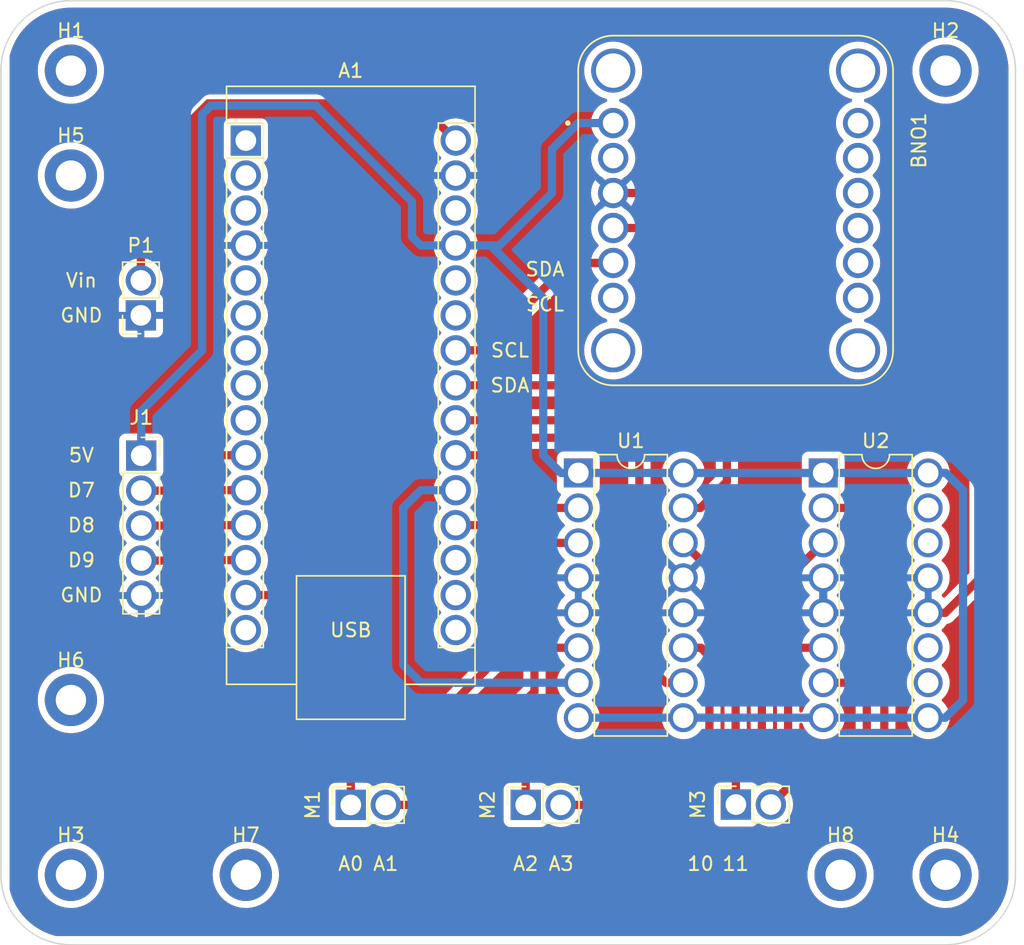
<source format=kicad_pcb>
(kicad_pcb (version 20211014) (generator pcbnew)
  (layers (0 "F.Cu" signal) (31 "B.Cu" signal) (34 "B.Paste" user) (35 "F.Paste" user) (36 "B.SilkS" user "B.Silkscreen") (37 "F.SilkS" user "F.Silkscreen") (38 "B.Mask" user) (39 "F.Mask" user) (44 "Edge.Cuts" user))
  (net 0 "")
  (net 4 "Net-(A1-Pad29)")
  (net 17 "Net-(A1-Pad27)")
  (net 18 "Net-(A1-Pad23)")
  (net 19 "Net-(A1-Pad24)")
  (net 20 "Net-(A1-Pad10)")
  (net 21 "Net-(A1-Pad11)")
  (net 22 "Net-(A1-Pad12)")
  (net 23 "Net-(A1-Pad19)")
  (net 24 "Net-(A1-Pad20)")
  (net 25 "Net-(A1-Pad21)")
  (net 26 "Net-(A1-Pad22)")
  (net 27 "Net-(A1-Pad30)")
  (net 36 "Net-(M1-Pad1)")
  (net 37 "Net-(M1-Pad2)")
  (net 38 "Net-(M2-Pad1)")
  (net 39 "Net-(M2-Pad2)")
  (net 40 "Net-(M3-Pad1)")
  (net 41 "Net-(M3-Pad2)")
  (net 46 "Net-(A1-Pad13)")
  (net 47 "Net-(A1-Pad14)")
  (footprint "MountingHole:MountingHole_2.2mm_M2_ISO14580_Pad" (layer "F.Cu") (at 162.56 114.3)
    (fp_text reference "H8" (at 0 -2.9) (layer "F.SilkS"))
    (fp_text value "MountingHole")
    (pad "1" thru_hole circle (at 0 0) (size 3.8 3.8) (drill 2.2) (layers *.Cu *.Mask))
  )
  (footprint "MountingHole:MountingHole_2.2mm_M2_ISO14580_Pad" (layer "F.Cu") (at 106.68 114.3)
    (fp_text reference "H3" (at 0 -2.9) (layer "F.SilkS"))
    (fp_text value "MountingHole")
    (pad "1" thru_hole circle (at 0 0) (size 3.8 3.8) (drill 2.2) (layers *.Cu *.Mask))
  )
  (footprint "Connector_PinSocket_2.54mm:PinSocket_1x02_P2.54mm_Vertical" (layer "F.Cu") (at 111.76 73.66 180)
    (fp_text reference "P1" (at 0 5.08) (layer "F.SilkS"))
    (fp_text value "Conn_01x02")
    (fp_line (start 1.33 -1.33) (end 1.33 0) (layer "F.SilkS") (width 0.12))
    (fp_line (start -1.33 1.27) (end 1.33 1.27) (layer "F.SilkS") (width 0.12))
    (fp_line (start -1.33 1.27) (end -1.33 3.87) (layer "F.SilkS") (width 0.12))
    (fp_line (start 0 -1.33) (end 1.33 -1.33) (layer "F.SilkS") (width 0.12))
    (fp_line (start 1.33 1.27) (end 1.33 3.87) (layer "F.SilkS") (width 0.12))
    (fp_line (start -1.33 3.87) (end 1.33 3.87) (layer "F.SilkS") (width 0.12))
    (pad "1" thru_hole rect (at 0 0 180) (size 2.2 2.2) (drill 1.5) (layers *.Cu *.Mask) (net 4 "Net-(A1-Pad29)"))
    (pad "2" thru_hole oval (at 0 2.54 180) (size 2.2 2.2) (drill 1.5) (layers *.Cu *.Mask) (net 27 "Net-(A1-Pad30)"))
  )
  (footprint "MountingHole:MountingHole_2.2mm_M2_ISO14580_Pad" (layer "F.Cu") (at 106.68 101.6)
    (fp_text reference "H6" (at 0 -2.9) (layer "F.SilkS"))
    (fp_text value "MountingHole")
    (pad "1" thru_hole circle (at 0 0) (size 3.8 3.8) (drill 2.2) (layers *.Cu *.Mask))
  )
  (footprint "MountingHole:MountingHole_2.2mm_M2_ISO14580_Pad" (layer "F.Cu") (at 119.38 114.3)
    (fp_text reference "H7" (at 0 -2.9) (layer "F.SilkS"))
    (fp_text value "MountingHole")
    (pad "1" thru_hole circle (at 0 0) (size 3.8 3.8) (drill 2.2) (layers *.Cu *.Mask))
  )
  (footprint "Connector_PinSocket_2.54mm:PinSocket_1x02_P2.54mm_Vertical" (layer "F.Cu") (at 139.7 109.22 90)
    (fp_text reference "M2" (at 0 -2.77 90) (layer "F.SilkS"))
    (fp_text value "Conn_01x02")
    (fp_line (start 1.33 1.27) (end 1.33 3.87) (layer "F.SilkS") (width 0.12))
    (fp_line (start -1.33 3.87) (end 1.33 3.87) (layer "F.SilkS") (width 0.12))
    (fp_line (start -1.33 1.27) (end 1.33 1.27) (layer "F.SilkS") (width 0.12))
    (fp_line (start 0 -1.33) (end 1.33 -1.33) (layer "F.SilkS") (width 0.12))
    (fp_line (start -1.33 1.27) (end -1.33 3.87) (layer "F.SilkS") (width 0.12))
    (fp_line (start 1.33 -1.33) (end 1.33 0) (layer "F.SilkS") (width 0.12))
    (pad "1" thru_hole rect (at 0 0 90) (size 2.2 2.2) (drill 1.5) (layers *.Cu *.Mask) (net 38 "Net-(M2-Pad1)"))
    (pad "2" thru_hole oval (at 0 2.54 90) (size 2.2 2.2) (drill 1.5) (layers *.Cu *.Mask) (net 39 "Net-(M2-Pad2)"))
  )
  (footprint "Connector_PinSocket_2.54mm:PinSocket_1x05_P2.54mm_Vertical" (layer "F.Cu") (at 111.785 83.85)
    (fp_text reference "J1" (at 0 -2.77) (layer "F.SilkS"))
    (fp_text value "Conn_01x05")
    (fp_line (start -1.33 1.27) (end -1.33 11.49) (layer "F.SilkS") (width 0.12))
    (fp_line (start -1.33 11.49) (end 1.33 11.49) (layer "F.SilkS") (width 0.12))
    (fp_line (start -1.33 1.27) (end 1.33 1.27) (layer "F.SilkS") (width 0.12))
    (fp_line (start 1.33 -1.33) (end 1.33 0) (layer "F.SilkS") (width 0.12))
    (fp_line (start 0 -1.33) (end 1.33 -1.33) (layer "F.SilkS") (width 0.12))
    (fp_line (start 1.33 1.27) (end 1.33 11.49) (layer "F.SilkS") (width 0.12))
    (pad "1" thru_hole rect (at 0 0) (size 2.2 2.2) (drill 1.5) (layers *.Cu *.Mask) (net 17 "Net-(A1-Pad27)"))
    (pad "2" thru_hole oval (at 0 2.54) (size 2.2 2.2) (drill 1.5) (layers *.Cu *.Mask) (net 20 "Net-(A1-Pad10)"))
    (pad "3" thru_hole oval (at 0 5.08) (size 2.2 2.2) (drill 1.5) (layers *.Cu *.Mask) (net 21 "Net-(A1-Pad11)"))
    (pad "4" thru_hole oval (at 0 7.62) (size 2.2 2.2) (drill 1.5) (layers *.Cu *.Mask) (net 22 "Net-(A1-Pad12)"))
    (pad "5" thru_hole oval (at 0 10.16) (size 2.2 2.2) (drill 1.5) (layers *.Cu *.Mask) (net 4 "Net-(A1-Pad29)"))
  )
  (footprint "Package_DIP:DIP-16_W7.62mm" (layer "F.Cu") (at 161.3 85.105)
    (fp_text reference "U2" (at 3.81 -2.33) (layer "F.SilkS"))
    (fp_text value "L293D")
    (fp_line (start 1.16 19.11) (end 6.46 19.11) (layer "F.SilkS") (width 0.12))
    (fp_line (start 6.46 -1.33) (end 4.81 -1.33) (layer "F.SilkS") (width 0.12))
    (fp_line (start 6.46 19.11) (end 6.46 -1.33) (layer "F.SilkS") (width 0.12))
    (fp_line (start 1.16 -1.33) (end 1.16 19.11) (layer "F.SilkS") (width 0.12))
    (fp_line (start 2.81 -1.33) (end 1.16 -1.33) (layer "F.SilkS") (width 0.12))
    (fp_arc (start 4.81 -1.33) (mid 3.81 -0.33) (end 2.81 -1.33) (layer "F.SilkS") (width 0.12))
    (pad "1" thru_hole rect (at 0 0) (size 2.1 2.1) (drill 1.5) (layers *.Cu *.Mask) (net 17 "Net-(A1-Pad27)"))
    (pad "2" thru_hole oval (at 0 2.54) (size 2.1 2.1) (drill 1.5) (layers *.Cu *.Mask) (net 46 "Net-(A1-Pad13)"))
    (pad "3" thru_hole oval (at 0 5.08) (size 2.1 2.1) (drill 1.5) (layers *.Cu *.Mask) (net 40 "Net-(M3-Pad1)"))
    (pad "4" thru_hole oval (at 0 7.62) (size 2.1 2.1) (drill 1.5) (layers *.Cu *.Mask) (net 4 "Net-(A1-Pad29)"))
    (pad "5" thru_hole oval (at 0 10.16) (size 2.1 2.1) (drill 1.5) (layers *.Cu *.Mask) (net 4 "Net-(A1-Pad29)"))
    (pad "6" thru_hole oval (at 0 12.7) (size 2.1 2.1) (drill 1.5) (layers *.Cu *.Mask) (net 41 "Net-(M3-Pad2)"))
    (pad "7" thru_hole oval (at 0 15.24) (size 2.1 2.1) (drill 1.5) (layers *.Cu *.Mask) (net 47 "Net-(A1-Pad14)"))
    (pad "8" thru_hole oval (at 0 17.78) (size 2.1 2.1) (drill 1.5) (layers *.Cu *.Mask) (net 17 "Net-(A1-Pad27)"))
    (pad "9" thru_hole oval (at 7.62 17.78) (size 2.1 2.1) (drill 1.5) (layers *.Cu *.Mask) (net 17 "Net-(A1-Pad27)"))
    (pad "10" thru_hole oval (at 7.62 15.24) (size 2.1 2.1) (drill 1.5) (layers *.Cu *.Mask))
    (pad "11" thru_hole oval (at 7.62 12.7) (size 2.1 2.1) (drill 1.5) (layers *.Cu *.Mask))
    (pad "12" thru_hole oval (at 7.62 10.16) (size 2.1 2.1) (drill 1.5) (layers *.Cu *.Mask) (net 4 "Net-(A1-Pad29)"))
    (pad "13" thru_hole oval (at 7.62 7.62) (size 2.1 2.1) (drill 1.5) (layers *.Cu *.Mask) (net 4 "Net-(A1-Pad29)"))
    (pad "14" thru_hole oval (at 7.62 5.08) (size 2.1 2.1) (drill 1.5) (layers *.Cu *.Mask))
    (pad "15" thru_hole oval (at 7.62 2.54) (size 2.1 2.1) (drill 1.5) (layers *.Cu *.Mask))
    (pad "16" thru_hole oval (at 7.62 0) (size 2.1 2.1) (drill 1.5) (layers *.Cu *.Mask) (net 17 "Net-(A1-Pad27)"))
  )
  (footprint "MountingHole:MountingHole_2.2mm_M2_ISO14580_Pad" (layer "F.Cu") (at 106.68 63.5)
    (fp_text reference "H5" (at 0 -2.9) (layer "F.SilkS"))
    (fp_text value "MountingHole")
    (pad "1" thru_hole circle (at 0 0) (size 3.8 3.8) (drill 2.2) (layers *.Cu *.Mask))
  )
  (footprint "Module:Arduino_Nano" (layer "F.Cu") (at 119.38 60.96)
    (fp_text reference "A1" (at 7.62 -5.08) (layer "F.SilkS"))
    (fp_text value "Arduino_Nano_Every")
    (fp_text user "USB" (at 7.62 35.56 unlocked) (layer "F.SilkS"))
    (fp_line (start 16.64 39.5) (end 16.64 -3.94) (layer "F.SilkS") (width 0.12))
    (fp_line (start 3.68 42.04) (end 3.68 31.62) (layer "F.SilkS") (width 0.12))
    (fp_line (start 1.27 1.27) (end 1.27 -1.27) (layer "F.SilkS") (width 0.12))
    (fp_line (start 3.68 31.62) (end 11.56 31.62) (layer "F.SilkS") (width 0.12))
    (fp_line (start -1.4 39.5) (end 3.68 39.5) (layer "F.SilkS") (width 0.12))
    (fp_line (start 1.27 1.27) (end 1.27 36.83) (layer "F.SilkS") (width 0.12))
    (fp_line (start 16.64 -3.94) (end -1.4 -3.94) (layer "F.SilkS") (width 0.12))
    (fp_line (start 13.97 -1.27) (end 13.97 36.83) (layer "F.SilkS") (width 0.12))
    (fp_line (start 1.27 1.27) (end -1.4 1.27) (layer "F.SilkS") (width 0.12))
    (fp_line (start 13.97 -1.27) (end 16.64 -1.27) (layer "F.SilkS") (width 0.12))
    (fp_line (start 11.56 42.04) (end 3.68 42.04) (layer "F.SilkS") (width 0.12))
    (fp_line (start -1.4 -3.94) (end -1.4 -1.27) (layer "F.SilkS") (width 0.12))
    (fp_line (start -1.4 1.27) (end -1.4 39.5) (layer "F.SilkS") (width 0.12))
    (fp_line (start 11.56 31.62) (end 11.56 42.04) (layer "F.SilkS") (width 0.12))
    (fp_line (start 1.27 -1.27) (end -1.4 -1.27) (layer "F.SilkS") (width 0.12))
    (fp_line (start 16.64 39.5) (end 11.56 39.5) (layer "F.SilkS") (width 0.12))
    (fp_line (start 13.97 36.83) (end 16.64 36.83) (layer "F.SilkS") (width 0.12))
    (fp_line (start 1.27 36.83) (end -1.4 36.83) (layer "F.SilkS") (width 0.12))
    (pad "1" thru_hole rect (at 0 0) (size 2.2 2.2) (drill 1.5) (layers *.Cu *.Mask))
    (pad "2" thru_hole oval (at 0 2.54) (size 2.2 2.2) (drill 1.5) (layers *.Cu *.Mask))
    (pad "3" thru_hole oval (at 0 5.08) (size 2.2 2.2) (drill 1.5) (layers *.Cu *.Mask))
    (pad "4" thru_hole oval (at 0 7.62) (size 2.2 2.2) (drill 1.5) (layers *.Cu *.Mask) (net 4 "Net-(A1-Pad29)"))
    (pad "5" thru_hole oval (at 0 10.16) (size 2.2 2.2) (drill 1.5) (layers *.Cu *.Mask))
    (pad "6" thru_hole oval (at 0 12.7) (size 2.2 2.2) (drill 1.5) (layers *.Cu *.Mask))
    (pad "7" thru_hole oval (at 0 15.24) (size 2.2 2.2) (drill 1.5) (layers *.Cu *.Mask))
    (pad "8" thru_hole oval (at 0 17.78) (size 2.2 2.2) (drill 1.5) (layers *.Cu *.Mask))
    (pad "9" thru_hole oval (at 0 20.32) (size 2.2 2.2) (drill 1.5) (layers *.Cu *.Mask))
    (pad "10" thru_hole oval (at 0 22.86) (size 2.2 2.2) (drill 1.5) (layers *.Cu *.Mask) (net 20 "Net-(A1-Pad10)"))
    (pad "11" thru_hole oval (at 0 25.4) (size 2.2 2.2) (drill 1.5) (layers *.Cu *.Mask) (net 21 "Net-(A1-Pad11)"))
    (pad "12" thru_hole oval (at 0 27.94) (size 2.2 2.2) (drill 1.5) (layers *.Cu *.Mask) (net 22 "Net-(A1-Pad12)"))
    (pad "13" thru_hole oval (at 0 30.48) (size 2.2 2.2) (drill 1.5) (layers *.Cu *.Mask) (net 46 "Net-(A1-Pad13)"))
    (pad "14" thru_hole oval (at 0 33.02) (size 2.2 2.2) (drill 1.5) (layers *.Cu *.Mask) (net 47 "Net-(A1-Pad14)"))
    (pad "15" thru_hole oval (at 0 35.56) (size 2.2 2.2) (drill 1.5) (layers *.Cu *.Mask))
    (pad "16" thru_hole oval (at 15.24 35.56) (size 2.2 2.2) (drill 1.5) (layers *.Cu *.Mask))
    (pad "17" thru_hole oval (at 15.24 33.02) (size 2.2 2.2) (drill 1.5) (layers *.Cu *.Mask))
    (pad "18" thru_hole oval (at 15.24 30.48) (size 2.2 2.2) (drill 1.5) (layers *.Cu *.Mask))
    (pad "19" thru_hole oval (at 15.24 27.94) (size 2.2 2.2) (drill 1.5) (layers *.Cu *.Mask) (net 23 "Net-(A1-Pad19)"))
    (pad "20" thru_hole oval (at 15.24 25.4) (size 2.2 2.2) (drill 1.5) (layers *.Cu *.Mask) (net 24 "Net-(A1-Pad20)"))
    (pad "21" thru_hole oval (at 15.24 22.86) (size 2.2 2.2) (drill 1.5) (layers *.Cu *.Mask) (net 25 "Net-(A1-Pad21)"))
    (pad "22" thru_hole oval (at 15.24 20.32) (size 2.2 2.2) (drill 1.5) (layers *.Cu *.Mask) (net 26 "Net-(A1-Pad22)"))
    (pad "23" thru_hole oval (at 15.24 17.78) (size 2.2 2.2) (drill 1.5) (layers *.Cu *.Mask) (net 18 "Net-(A1-Pad23)"))
    (pad "24" thru_hole oval (at 15.24 15.24) (size 2.2 2.2) (drill 1.5) (layers *.Cu *.Mask) (net 19 "Net-(A1-Pad24)"))
    (pad "25" thru_hole oval (at 15.24 12.7) (size 2.2 2.2) (drill 1.5) (layers *.Cu *.Mask))
    (pad "26" thru_hole oval (at 15.24 10.16) (size 2.2 2.2) (drill 1.5) (layers *.Cu *.Mask))
    (pad "27" thru_hole oval (at 15.24 7.62) (size 2.2 2.2) (drill 1.5) (layers *.Cu *.Mask) (net 17 "Net-(A1-Pad27)"))
    (pad "28" thru_hole oval (at 15.24 5.08) (size 2.2 2.2) (drill 1.5) (layers *.Cu *.Mask))
    (pad "29" thru_hole oval (at 15.24 2.54) (size 2.2 2.2) (drill 1.5) (layers *.Cu *.Mask) (net 4 "Net-(A1-Pad29)"))
    (pad "30" thru_hole oval (at 15.24 0) (size 2.2 2.2) (drill 1.5) (layers *.Cu *.Mask) (net 27 "Net-(A1-Pad30)"))
  )
  (footprint "Connector_PinSocket_2.54mm:PinSocket_1x02_P2.54mm_Vertical" (layer "F.Cu") (at 154.96 109.195 90)
    (fp_text reference "M3" (at 0 -2.77 90) (layer "F.SilkS"))
    (fp_text value "Conn_01x02")
    (fp_line (start -1.33 3.87) (end 1.33 3.87) (layer "F.SilkS") (width 0.12))
    (fp_line (start 1.33 1.27) (end 1.33 3.87) (layer "F.SilkS") (width 0.12))
    (fp_line (start -1.33 1.27) (end 1.33 1.27) (layer "F.SilkS") (width 0.12))
    (fp_line (start 0 -1.33) (end 1.33 -1.33) (layer "F.SilkS") (width 0.12))
    (fp_line (start 1.33 -1.33) (end 1.33 0) (layer "F.SilkS") (width 0.12))
    (fp_line (start -1.33 1.27) (end -1.33 3.87) (layer "F.SilkS") (width 0.12))
    (pad "1" thru_hole rect (at 0 0 90) (size 2.2 2.2) (drill 1.5) (layers *.Cu *.Mask) (net 40 "Net-(M3-Pad1)"))
    (pad "2" thru_hole oval (at 0 2.54 90) (size 2.2 2.2) (drill 1.5) (layers *.Cu *.Mask) (net 41 "Net-(M3-Pad2)"))
  )
  (footprint "Connector_PinSocket_2.54mm:PinSocket_1x02_P2.54mm_Vertical" (layer "F.Cu") (at 127 109.22 90)
    (fp_text reference "M1" (at 0 -2.77 90) (layer "F.SilkS"))
    (fp_text value "Conn_01x02")
    (fp_line (start 1.33 1.27) (end 1.33 3.87) (layer "F.SilkS") (width 0.12))
    (fp_line (start 1.33 -1.33) (end 1.33 0) (layer "F.SilkS") (width 0.12))
    (fp_line (start -1.33 1.27) (end -1.33 3.87) (layer "F.SilkS") (width 0.12))
    (fp_line (start -1.33 1.27) (end 1.33 1.27) (layer "F.SilkS") (width 0.12))
    (fp_line (start -1.33 3.87) (end 1.33 3.87) (layer "F.SilkS") (width 0.12))
    (fp_line (start 0 -1.33) (end 1.33 -1.33) (layer "F.SilkS") (width 0.12))
    (pad "1" thru_hole rect (at 0 0 90) (size 2.2 2.2) (drill 1.5) (layers *.Cu *.Mask) (net 36 "Net-(M1-Pad1)"))
    (pad "2" thru_hole oval (at 0 2.54 90) (size 2.2 2.2) (drill 1.5) (layers *.Cu *.Mask) (net 37 "Net-(M1-Pad2)"))
  )
  (footprint "MountingHole:MountingHole_2.2mm_M2_ISO14580_Pad" (layer "F.Cu") (at 170.18 55.88)
    (fp_text reference "H2" (at 0 -2.9) (layer "F.SilkS"))
    (fp_text value "MountingHole")
    (pad "1" thru_hole circle (at 0 0) (size 3.8 3.8) (drill 2.2) (layers *.Cu *.Mask))
  )
  (footprint "Package_DIP:DIP-16_W7.62mm" (layer "F.Cu") (at 143.52 85.105)
    (fp_text reference "U1" (at 3.81 -2.33) (layer "F.SilkS"))
    (fp_text value "L293D")
    (fp_line (start 6.46 -1.33) (end 4.81 -1.33) (layer "F.SilkS") (width 0.12))
    (fp_line (start 6.46 19.11) (end 6.46 -1.33) (layer "F.SilkS") (width 0.12))
    (fp_line (start 1.16 -1.33) (end 1.16 19.11) (layer "F.SilkS") (width 0.12))
    (fp_line (start 1.16 19.11) (end 6.46 19.11) (layer "F.SilkS") (width 0.12))
    (fp_line (start 2.81 -1.33) (end 1.16 -1.33) (layer "F.SilkS") (width 0.12))
    (fp_arc (start 4.81 -1.33) (mid 3.81 -0.33) (end 2.81 -1.33) (layer "F.SilkS") (width 0.12))
    (pad "1" thru_hole rect (at 0 0) (size 2.1 2.1) (drill 1.5) (layers *.Cu *.Mask) (net 17 "Net-(A1-Pad27)"))
    (pad "2" thru_hole oval (at 0 2.54) (size 2.1 2.1) (drill 1.5) (layers *.Cu *.Mask) (net 23 "Net-(A1-Pad19)"))
    (pad "3" thru_hole oval (at 0 5.08) (size 2.1 2.1) (drill 1.5) (layers *.Cu *.Mask) (net 36 "Net-(M1-Pad1)"))
    (pad "4" thru_hole oval (at 0 7.62) (size 2.1 2.1) (drill 1.5) (layers *.Cu *.Mask) (net 4 "Net-(A1-Pad29)"))
    (pad "5" thru_hole oval (at 0 10.16) (size 2.1 2.1) (drill 1.5) (layers *.Cu *.Mask) (net 4 "Net-(A1-Pad29)"))
    (pad "6" thru_hole oval (at 0 12.7) (size 2.1 2.1) (drill 1.5) (layers *.Cu *.Mask) (net 37 "Net-(M1-Pad2)"))
    (pad "7" thru_hole oval (at 0 15.24) (size 2.1 2.1) (drill 1.5) (layers *.Cu *.Mask) (net 24 "Net-(A1-Pad20)"))
    (pad "8" thru_hole oval (at 0 17.78) (size 2.1 2.1) (drill 1.5) (layers *.Cu *.Mask) (net 17 "Net-(A1-Pad27)"))
    (pad "9" thru_hole oval (at 7.62 17.78) (size 2.1 2.1) (drill 1.5) (layers *.Cu *.Mask) (net 17 "Net-(A1-Pad27)"))
    (pad "10" thru_hole oval (at 7.62 15.24) (size 2.1 2.1) (drill 1.5) (layers *.Cu *.Mask) (net 25 "Net-(A1-Pad21)"))
    (pad "11" thru_hole oval (at 7.62 12.7) (size 2.1 2.1) (drill 1.5) (layers *.Cu *.Mask) (net 38 "Net-(M2-Pad1)"))
    (pad "12" thru_hole oval (at 7.62 10.16) (size 2.1 2.1) (drill 1.5) (layers *.Cu *.Mask) (net 4 "Net-(A1-Pad29)"))
    (pad "13" thru_hole circle (at 7.62 7.62) (size 2.1 2.1) (drill 1.5) (layers *.Cu *.Mask) (net 4 "Net-(A1-Pad29)"))
    (pad "14" thru_hole oval (at 7.62 5.08) (size 2.1 2.1) (drill 1.5) (layers *.Cu *.Mask) (net 39 "Net-(M2-Pad2)"))
    (pad "15" thru_hole oval (at 7.62 2.54) (size 2.1 2.1) (drill 1.5) (layers *.Cu *.Mask) (net 26 "Net-(A1-Pad22)"))
    (pad "16" thru_hole oval (at 7.62 0) (size 2.1 2.1) (drill 1.5) (layers *.Cu *.Mask) (net 17 "Net-(A1-Pad27)"))
  )
  (footprint "MountingHole:MountingHole_2.2mm_M2_ISO14580_Pad" (layer "F.Cu") (at 170.18 114.3)
    (fp_text reference "H4" (at 0 -2.9) (layer "F.SilkS"))
    (fp_text value "MountingHole")
    (pad "1" thru_hole circle (at 0 0) (size 3.8 3.8) (drill 2.2) (layers *.Cu *.Mask))
  )
  (footprint "MountingHole:MountingHole_2.2mm_M2_ISO14580_Pad" (layer "F.Cu") (at 106.68 55.88)
    (fp_text reference "H1" (at 0 -2.9) (layer "F.SilkS"))
    (fp_text value "MountingHole")
    (pad "1" thru_hole circle (at 0 0) (size 3.8 3.8) (drill 2.2) (layers *.Cu *.Mask))
  )
  (footprint "KiCad:MODULE_4754" (layer "F.Cu") (at 154.94 66.04 -90)
    (fp_text reference "BNO1" (at -5.08 -13.315 90) (layer "F.SilkS"))
    (fp_text value "4754")
    (fp_line (start -10.16 11.43) (end 10.16 11.43) (layer "F.SilkS") (width 0.127))
    (fp_line (start 10.16 -11.43) (end -10.16 -11.43) (layer "F.SilkS") (width 0.127))
    (fp_line (start -12.7 -8.89) (end -12.7 8.89) (layer "F.SilkS") (width 0.127))
    (fp_line (start 12.7 8.89) (end 12.7 -8.89) (layer "F.SilkS") (width 0.127))
    (fp_arc (start -12.7 -8.89) (mid -11.956051 -10.686051) (end -10.16 -11.43) (layer "F.SilkS") (width 0.127))
    (fp_arc (start -10.16 11.43) (mid -11.956051 10.686051) (end -12.7 8.89) (layer "F.SilkS") (width 0.127))
    (fp_arc (start 10.16 -11.43) (mid 11.956051 -10.686051) (end 12.7 -8.89) (layer "F.SilkS") (width 0.127))
    (fp_arc (start 12.7 8.89) (mid 11.956051 10.686051) (end 10.16 11.43) (layer "F.SilkS") (width 0.127))
    (fp_circle (center -6.35 12.18) (end -6.25 12.18) (layer "F.SilkS") (width 0.2) (fill none))
    (pad "JP1_1" thru_hole circle locked (at -6.35 8.89 270) (size 2.2 2.2) (drill 1.5) (layers *.Cu *.Mask) (net 17 "Net-(A1-Pad27)"))
    (pad "JP1_2" thru_hole circle locked (at -3.81 8.89 270) (size 2.2 2.2) (drill 1.5) (layers *.Cu *.Mask))
    (pad "JP1_3" thru_hole circle locked (at -1.27 8.89 270) (size 2.2 2.2) (drill 1.5) (layers *.Cu *.Mask) (net 4 "Net-(A1-Pad29)"))
    (pad "JP1_4" thru_hole circle locked (at 1.27 8.89 270) (size 2.2 2.2) (drill 1.5) (layers *.Cu *.Mask) (net 18 "Net-(A1-Pad23)"))
    (pad "JP1_5" thru_hole circle locked (at 3.81 8.89 270) (size 2.2 2.2) (drill 1.5) (layers *.Cu *.Mask) (net 19 "Net-(A1-Pad24)"))
    (pad "JP1_6" thru_hole circle locked (at 6.35 8.89 270) (size 2.2 2.2) (drill 1.5) (layers *.Cu *.Mask))
    (pad "JP2_1" thru_hole circle locked (at -6.35 -8.89 270) (size 2.2 2.2) (drill 1.5) (layers *.Cu *.Mask))
    (pad "JP2_2" thru_hole circle locked (at -3.81 -8.89 270) (size 2.2 2.2) (drill 1.5) (layers *.Cu *.Mask))
    (pad "JP2_3" thru_hole circle locked (at -1.27 -8.89 270) (size 2.2 2.2) (drill 1.5) (layers *.Cu *.Mask))
    (pad "JP2_4" thru_hole circle locked (at 1.27 -8.89 270) (size 2.2 2.2) (drill 1.5) (layers *.Cu *.Mask))
    (pad "JP2_5" thru_hole circle locked (at 3.81 -8.89 270) (size 2.2 2.2) (drill 1.5) (layers *.Cu *.Mask))
    (pad "JP2_6" thru_hole circle locked (at 6.35 -8.89 270) (size 2.2 2.2) (drill 1.5) (layers *.Cu *.Mask))
    (pad "P1" thru_hole circle locked (at -10.16 -8.89 270) (size 3.2 3.2) (drill 2.5) (layers *.Cu *.Mask))
    (pad "P2" thru_hole circle locked (at 10.16 -8.89 270) (size 3.2 3.2) (drill 2.5) (layers *.Cu *.Mask))
    (pad "P3" thru_hole circle locked (at -10.16 8.89 270) (size 3.2 3.2) (drill 2.5) (layers *.Cu *.Mask))
    (pad "P4" thru_hole circle locked (at 10.16 8.89 270) (size 3.2 3.2) (drill 2.5) (layers *.Cu *.Mask))
  )
  (gr_arc (start 175.26 114.3) (mid 173.772102 117.892102) (end 170.18 119.38) (layer "Edge.Cuts") (width 0.1))
  (gr_arc (start 106.68 119.38) (mid 103.087898 117.892102) (end 101.6 114.3) (layer "Edge.Cuts") (width 0.1))
  (gr_line (start 170.18 119.38) (end 106.68 119.38) (layer "Edge.Cuts") (width 0.1))
  (gr_line (start 175.26 55.88) (end 175.26 114.3) (layer "Edge.Cuts") (width 0.1))
  (gr_line (start 106.68 50.8) (end 170.18 50.8) (layer "Edge.Cuts") (width 0.1))
  (gr_arc (start 170.18 50.8) (mid 173.772102 52.287898) (end 175.26 55.88) (layer "Edge.Cuts") (width 0.1))
  (gr_arc (start 101.6 55.88) (mid 103.087898 52.287898) (end 106.68 50.8) (layer "Edge.Cuts") (width 0.1))
  (gr_line (start 101.6 55.88) (end 101.6 114.3) (layer "Edge.Cuts") (width 0.1))
  (gr_text "SCL   " (at 139.7 76.2) (layer "F.SilkS") (effects (font (size 1 1))))
  (gr_text "A3\n\n" (at 142.27 114.3) (layer "F.SilkS") (effects (font (size 1 1))))
  (gr_text "  D8" (at 106.68 88.9) (layer "F.SilkS") (effects (font (size 1 1))))
  (gr_text "10\n\n" (at 152.4 114.3) (layer "F.SilkS") (effects (font (size 1 1))))
  (gr_text "  5V" (at 106.68 83.82) (layer "F.SilkS") (effects (font (size 1 1))))
  (gr_text "SDA   " (at 139.7 78.74) (layer "F.SilkS") (effects (font (size 1 1))))
  (gr_text "11\n\n" (at 154.94 114.3) (layer "F.SilkS") (effects (font (size 1 1))))
  (gr_text "A2\n\n" (at 139.7 114.3) (layer "F.SilkS") (effects (font (size 1 1))))
  (gr_text "  GND" (at 106.68 73.66) (layer "F.SilkS") (effects (font (size 1 1))))
  (gr_text "  D9" (at 106.68 91.44) (layer "F.SilkS") (effects (font (size 1 1))))
  (gr_text "A0\n\n" (at 127 114.3) (layer "F.SilkS") (effects (font (size 1 1))))
  (gr_text "SDA   \n " (at 142.24 71.12) (layer "F.SilkS") (effects (font (size 1 1))))
  (gr_text "A1\n\n" (at 129.54 114.3) (layer "F.SilkS") (effects (font (size 1 1))))
  (gr_text "  GND" (at 106.68 93.98) (layer "F.SilkS") (effects (font (size 1 1))))
  (gr_text "  Vin" (at 106.68 71.12) (layer "F.SilkS") (effects (font (size 1 1))))
  (gr_text "SCL   \n " (at 142.24 73.66) (layer "F.SilkS") (effects (font (size 1 1))))
  (gr_text "  D7" (at 106.68 86.36) (layer "F.SilkS") (effects (font (size 1 1))))
  (segment (start 153.67 75.565) (end 153.67 66.04) (width 0.6) (layer "F.Cu") (net 4))
  (segment (start 170.165 95.265) (end 172.72 92.71) (width 0.6) (layer "F.Cu") (net 4))
  (segment (start 172.72 83.185) (end 171.45 81.915) (width 0.6) (layer "F.Cu") (net 4))
  (segment (start 153.67 66.04) (end 152.4 64.77) (width 0.6) (layer "F.Cu") (net 4))
  (segment (start 160.02 81.915) (end 153.67 75.565) (width 0.6) (layer "F.Cu") (net 4))
  (segment (start 168.92 95.265) (end 170.165 95.265) (width 0.6) (layer "F.Cu") (net 4))
  (segment (start 152.4 64.77) (end 146.05 64.77) (width 0.6) (layer "F.Cu") (net 4))
  (segment (start 171.45 81.915) (end 160.02 81.915) (width 0.6) (layer "F.Cu") (net 4))
  (segment (start 172.72 92.71) (end 172.72 83.185) (width 0.6) (layer "F.Cu") (net 4))
  (segment (start 161.3 92.725) (end 161.3 95.265) (width 0.6) (layer "B.Cu") (net 4))
  (segment (start 124.46 58.42) (end 131.445 65.405) (width 0.6) (layer "B.Cu") (net 17))
  (segment (start 146.05 59.69) (end 143.51 59.69) (width 0.6) (layer "B.Cu") (net 17))
  (segment (start 142.255 85.105) (end 143.52 85.105) (width 0.6) (layer "B.Cu") (net 17))
  (segment (start 134.62 68.58) (end 137.795 68.58) (width 0.6) (layer "B.Cu") (net 17))
  (segment (start 161.3 85.105) (end 168.92 85.105) (width 0.6) (layer "B.Cu") (net 17))
  (segment (start 141.605 64.77) (end 137.795 68.58) (width 0.6) (layer "B.Cu") (net 17))
  (segment (start 151.14 102.885) (end 143.52 102.885) (width 0.6) (layer "B.Cu") (net 17))
  (segment (start 111.785 80.62) (end 116.205 76.2) (width 0.6) (layer "B.Cu") (net 17))
  (segment (start 131.445 67.945) (end 131.445 65.405) (width 0.6) (layer "B.Cu") (net 17))
  (segment (start 143.51 59.69) (end 141.605 61.595) (width 0.6) (layer "B.Cu") (net 17))
  (segment (start 137.16 68.58) (end 140.97 72.39) (width 0.6) (layer "B.Cu") (net 17))
  (segment (start 161.3 102.885) (end 151.14 102.885) (width 0.6) (layer "B.Cu") (net 17))
  (segment (start 137.795 68.58) (end 137.16 68.58) (width 0.6) (layer "B.Cu") (net 17))
  (segment (start 171.45 86.36) (end 170.195 85.105) (width 0.6) (layer "B.Cu") (net 17))
  (segment (start 170.195 85.105) (end 168.92 85.105) (width 0.6) (layer "B.Cu") (net 17))
  (segment (start 134.62 68.58) (end 132.08 68.58) (width 0.6) (layer "B.Cu") (net 17))
  (segment (start 116.84 58.42) (end 124.46 58.42) (width 0.6) (layer "B.Cu") (net 17))
  (segment (start 143.52 85.105) (end 151.14 85.105) (width 0.6) (layer "B.Cu") (net 17))
  (segment (start 140.97 72.39) (end 140.97 83.82) (width 0.6) (layer "B.Cu") (net 17))
  (segment (start 168.92 102.885) (end 170.165 102.885) (width 0.6) (layer "B.Cu") (net 17))
  (segment (start 116.205 59.055) (end 116.84 58.42) (width 0.6) (layer "B.Cu") (net 17))
  (segment (start 111.785 83.85) (end 111.785 80.62) (width 0.6) (layer "B.Cu") (net 17))
  (segment (start 140.97 83.82) (end 142.255 85.105) (width 0.6) (layer "B.Cu") (net 17))
  (segment (start 170.165 102.885) (end 171.45 101.6) (width 0.6) (layer "B.Cu") (net 17))
  (segment (start 132.08 68.58) (end 131.445 67.945) (width 0.6) (layer "B.Cu") (net 17))
  (segment (start 151.14 85.105) (end 161.3 85.105) (width 0.6) (layer "B.Cu") (net 17))
  (segment (start 168.92 102.885) (end 161.3 102.885) (width 0.6) (layer "B.Cu") (net 17))
  (segment (start 141.605 61.595) (end 141.605 64.77) (width 0.6) (layer "B.Cu") (net 17))
  (segment (start 171.45 101.6) (end 171.45 86.36) (width 0.6) (layer "B.Cu") (net 17))
  (segment (start 116.205 76.2) (end 116.205 59.055) (width 0.6) (layer "B.Cu") (net 17))
  (segment (start 134.62 78.74) (end 150.495 78.74) (width 0.6) (layer "F.Cu") (net 18))
  (segment (start 150.495 67.31) (end 151.13 67.945) (width 0.6) (layer "F.Cu") (net 18))
  (segment (start 146.05 67.31) (end 150.495 67.31) (width 0.6) (layer "F.Cu") (net 18))
  (segment (start 151.13 67.945) (end 151.13 78.105) (width 0.6) (layer "F.Cu") (net 18))
  (segment (start 151.13 78.105) (end 150.495 78.74) (width 0.6) (layer "F.Cu") (net 18))
  (segment (start 146.05 69.85) (end 143.51 69.85) (width 0.6) (layer "F.Cu") (net 19))
  (segment (start 145.202151 69.85) (end 145.626076 70.273925) (width 0.6) (layer "F.Cu") (net 19))
  (segment (start 136.525 76.2) (end 142.875 69.85) (width 0.6) (layer "F.Cu") (net 19))
  (segment (start 134.62 76.2) (end 136.525 76.2) (width 0.6) (layer "F.Cu") (net 19))
  (segment (start 143.51 69.85) (end 145.202151 69.85) (width 0.6) (layer "F.Cu") (net 19))
  (segment (start 142.875 69.85) (end 143.51 69.85) (width 0.6) (layer "F.Cu") (net 19))
  (segment (start 119.38 83.82) (end 116.84 83.82) (width 0.6) (layer "F.Cu") (net 20))
  (segment (start 111.785 86.39) (end 114.27 86.39) (width 0.6) (layer "F.Cu") (net 20))
  (segment (start 116.84 83.82) (end 114.27 86.39) (width 0.6) (layer "F.Cu") (net 20))
  (segment (start 119.38 86.36) (end 116.84 86.36) (width 0.6) (layer "F.Cu") (net 21))
  (segment (start 111.785 88.93) (end 114.33 88.93) (width 0.6) (layer "F.Cu") (net 21))
  (segment (start 114.33 88.87) (end 114.33 88.93) (width 0.6) (layer "F.Cu") (net 21))
  (segment (start 116.84 86.36) (end 114.33 88.87) (width 0.6) (layer "F.Cu") (net 21))
  (segment (start 111.785 91.47) (end 114.27 91.47) (width 0.6) (layer "F.Cu") (net 22))
  (segment (start 116.84 88.9) (end 114.27 91.47) (width 0.6) (layer "F.Cu") (net 22))
  (segment (start 119.38 88.9) (end 116.84 88.9) (width 0.6) (layer "F.Cu") (net 22))
  (segment (start 138.43 88.9) (end 134.62 88.9) (width 0.6) (layer "F.Cu") (net 23))
  (segment (start 139.685 87.645) (end 138.43 88.9) (width 0.6) (layer "F.Cu") (net 23))
  (segment (start 143.52 87.645) (end 139.685 87.645) (width 0.6) (layer "F.Cu") (net 23))
  (segment (start 130.81 99.06) (end 132.08 100.33) (width 0.6) (layer "B.Cu") (net 24))
  (segment (start 134.59 100.33) (end 132.08 100.33) (width 0.6) (layer "B.Cu") (net 24))
  (segment (start 130.81 87.63) (end 130.81 99.06) (width 0.6) (layer "B.Cu") (net 24))
  (segment (start 134.62 86.36) (end 132.08 86.36) (width 0.6) (layer "B.Cu") (net 24))
  (segment (start 132.08 86.36) (end 130.81 87.63) (width 0.6) (layer "B.Cu") (net 24))
  (segment (start 134.605 100.345) (end 143.52 100.345) (width 0.6) (layer "B.Cu") (net 24))
  (segment (start 134.605 100.345) (end 134.59 100.33) (width 0.6) (layer "B.Cu") (net 24))
  (segment (start 137.16 83.82) (end 134.62 83.82) (width 0.6) (layer "F.Cu") (net 25))
  (segment (start 147.955 98.425) (end 147.955 83.185) (width 0.6) (layer "F.Cu") (net 25))
  (segment (start 147.955 83.185) (end 147.32 82.55) (width 0.6) (layer "F.Cu") (net 25))
  (segment (start 147.32 82.55) (end 138.43 82.55) (width 0.6) (layer "F.Cu") (net 25))
  (segment (start 151.14 100.345) (end 149.875 100.345) (width 0.6) (layer "F.Cu") (net 25))
  (segment (start 138.43 82.55) (end 137.16 83.82) (width 0.6) (layer "F.Cu") (net 25))
  (segment (start 149.875 100.345) (end 147.955 98.425) (width 0.6) (layer "F.Cu") (net 25))
  (segment (start 153.035 81.28) (end 134.62 81.28) (width 0.6) (layer "F.Cu") (net 26))
  (segment (start 154.305 82.55) (end 153.035 81.28) (width 0.6) (layer "F.Cu") (net 26))
  (segment (start 154.305 85.725) (end 154.305 82.55) (width 0.6) (layer "F.Cu") (net 26))
  (segment (start 152.385 87.645) (end 154.305 85.725) (width 0.6) (layer "F.Cu") (net 26))
  (segment (start 151.14 87.645) (end 152.385 87.645) (width 0.6) (layer "F.Cu") (net 26))
  (segment (start 116.205 57.15) (end 130.81 57.15) (width 0.6) (layer "F.Cu") (net 27))
  (segment (start 111.76 71.12) (end 111.76 61.595) (width 0.6) (layer "F.Cu") (net 27))
  (segment (start 130.81 57.15) (end 134.62 60.96) (width 0.6) (layer "F.Cu") (net 27))
  (segment (start 111.76 61.595) (end 116.205 57.15) (width 0.6) (layer "F.Cu") (net 27))
  (segment (start 127 106.68) (end 130.175 103.505) (width 0.6) (layer "F.Cu") (net 36))
  (segment (start 132.715 103.505) (end 139.7 96.52) (width 0.6) (layer "F.Cu") (net 36))
  (segment (start 139.7 91.44) (end 140.955 90.185) (width 0.6) (layer "F.Cu") (net 36))
  (segment (start 130.175 103.505) (end 132.715 103.505) (width 0.6) (layer "F.Cu") (net 36))
  (segment (start 139.7 96.52) (end 139.7 91.44) (width 0.6) (layer "F.Cu") (net 36))
  (segment (start 127 109.22) (end 127 106.68) (width 0.6) (layer "F.Cu") (net 36))
  (segment (start 140.955 90.185) (end 143.52 90.185) (width 0.6) (layer "F.Cu") (net 36))
  (segment (start 140.335 100.99) (end 140.335 99.06) (width 0.6) (layer "F.Cu") (net 37))
  (segment (start 141.59 97.805) (end 140.335 99.06) (width 0.6) (layer "F.Cu") (net 37))
  (segment (start 143.52 97.805) (end 141.59 97.805) (width 0.6) (layer "F.Cu") (net 37))
  (segment (start 132.105 109.22) (end 140.335 100.99) (width 0.6) (layer "F.Cu") (net 37))
  (segment (start 132.105 109.22) (end 129.54 109.22) (width 0.6) (layer "F.Cu") (net 37))
  (segment (start 153.035 98.425) (end 152.415 97.805) (width 0.6) (layer "F.Cu") (net 38))
  (segment (start 151.13 106.045) (end 153.035 104.14) (width 0.6) (layer "F.Cu") (net 38))
  (segment (start 152.415 97.805) (end 151.14 97.805) (width 0.6) (layer "F.Cu") (net 38))
  (segment (start 140.97 106.045) (end 151.13 106.045) (width 0.6) (layer "F.Cu") (net 38))
  (segment (start 139.7 109.22) (end 139.7 107.315) (width 0.6) (layer "F.Cu") (net 38))
  (segment (start 139.7 107.315) (end 140.97 106.045) (width 0.6) (layer "F.Cu") (net 38))
  (segment (start 153.035 104.14) (end 153.035 98.425) (width 0.6) (layer "F.Cu") (net 38))
  (segment (start 154.94 104.775) (end 154.94 93.985) (width 0.6) (layer "F.Cu") (net 39))
  (segment (start 142.24 109.22) (end 150.495 109.22) (width 0.6) (layer "F.Cu") (net 39))
  (segment (start 150.495 109.22) (end 154.94 104.775) (width 0.6) (layer "F.Cu") (net 39))
  (segment (start 154.94 93.985) (end 151.14 90.185) (width 0.6) (layer "F.Cu") (net 39))
  (segment (start 154.96 107.295) (end 156.845 105.41) (width 0.6) (layer "F.Cu") (net 40))
  (segment (start 156.845 105.41) (end 156.845 94.64) (width 0.6) (layer "F.Cu") (net 40))
  (segment (start 156.845 94.64) (end 161.3 90.185) (width 0.6) (layer "F.Cu") (net 40))
  (segment (start 154.96 109.195) (end 154.96 107.295) (width 0.6) (layer "F.Cu") (net 40))
  (segment (start 158.75 98.425) (end 158.75 107.945) (width 0.6) (layer "F.Cu") (net 41))
  (segment (start 159.37 97.805) (end 158.75 98.425) (width 0.6) (layer "F.Cu") (net 41))
  (segment (start 158.75 107.945) (end 157.5 109.195) (width 0.6) (layer "F.Cu") (net 41))
  (segment (start 161.3 97.805) (end 159.37 97.805) (width 0.6) (layer "F.Cu") (net 41))
  (segment (start 124.46 114.3) (end 115.57 105.41) (width 0.6) (layer "F.Cu") (net 46))
  (segment (start 158.116396 114.3) (end 124.46 114.3) (width 0.6) (layer "F.Cu") (net 46))
  (segment (start 115.57 105.41) (end 115.57 92.71) (width 0.6) (layer "F.Cu") (net 46))
  (segment (start 115.57 92.71) (end 116.84 91.44) (width 0.6) (layer "F.Cu") (net 46))
  (segment (start 163.21 87.645) (end 165.735 90.17) (width 0.6) (layer "F.Cu") (net 46))
  (segment (start 165.735 90.17) (end 165.735 106.68) (width 0.6) (layer "F.Cu") (net 46))
  (segment (start 161.3 87.645) (end 163.21 87.645) (width 0.6) (layer "F.Cu") (net 46))
  (segment (start 165.735 106.68) (end 162.425 109.99) (width 0.6) (layer "F.Cu") (net 46))
  (segment (start 162.425 109.991396) (end 158.116396 114.3) (width 0.6) (layer "F.Cu") (net 46))
  (segment (start 162.425 109.99) (end 162.425 109.991396) (width 0.6) (layer "F.Cu") (net 46))
  (segment (start 116.84 91.44) (end 119.38 91.44) (width 0.6) (layer "F.Cu") (net 46))
  (segment (start 121.285 93.98) (end 121.92 94.615) (width 0.6) (layer "F.Cu") (net 47))
  (segment (start 119.38 93.98) (end 121.285 93.98) (width 0.6) (layer "F.Cu") (net 47))
  (segment (start 164.465 106.045) (end 164.465 101.6) (width 0.6) (layer "F.Cu") (net 47))
  (segment (start 121.92 109.22) (end 125.73 113.03) (width 0.6) (layer "F.Cu") (net 47))
  (segment (start 157.48 113.03) (end 164.465 106.045) (width 0.6) (layer "F.Cu") (net 47))
  (segment (start 125.73 113.03) (end 157.48 113.03) (width 0.6) (layer "F.Cu") (net 47))
  (segment (start 121.92 94.615) (end 121.92 109.22) (width 0.6) (layer "F.Cu") (net 47))
  (segment (start 164.465 101.6) (end 163.21 100.345) (width 0.6) (layer "F.Cu") (net 47))
  (segment (start 163.21 100.345) (end 161.3 100.345) (width 0.6) (layer "F.Cu") (net 47))
  (zone (net 0) (net_name "") (layer "F.Cu") (connect_pads (clearance 0.508)) (min_thickness 0.254) (fill yes (thermal_gap 0.508) (thermal_bridge_width 0.508))
    (polygon (pts (xy 175.895 118.745) (xy 102.235 118.745) (xy 102.235 50.8) (xy 175.895 50.8)))
  )
  (zone (net 4) (net_name "Net-(A1-Pad29)") (layer "B.Cu") (name "Ground") (connect_pads (clearance 0.508)) (min_thickness 0.254) (fill yes (thermal_gap 0.508) (thermal_bridge_width 0.508))
    (polygon (pts (xy 175.895 118.745) (xy 102.235 118.745) (xy 102.235 50.8) (xy 175.895 50.8)))
  )
)
</source>
